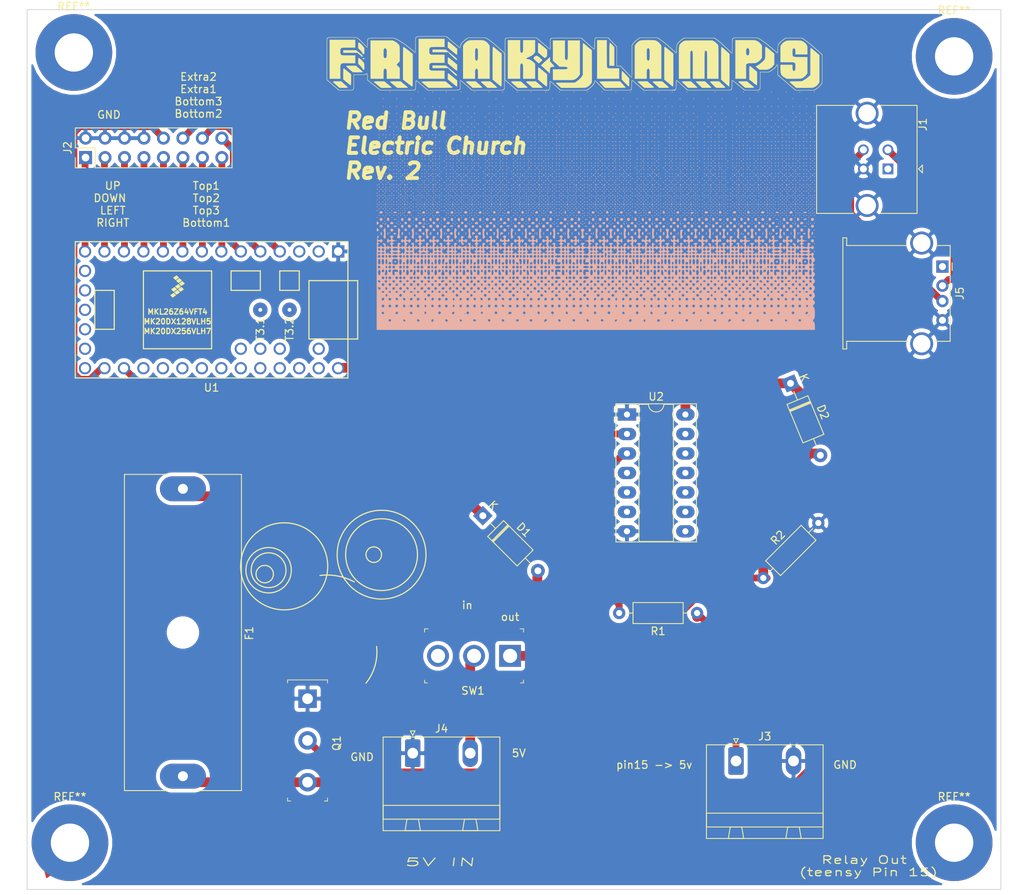
<source format=kicad_pcb>
(kicad_pcb (version 20171130) (host pcbnew "(5.1.4)-1")
  (layers (0 F.Cu signal) (31 B.Cu signal hide) (34 B.Paste user) (35 F.Paste user) (36 B.SilkS user hide) (37 F.SilkS user) (38 B.Mask user) (39 F.Mask user) (44 Edge.Cuts user))
  (net 0 "")
  (net 1 "Net-(D1-Pad2)")
  (net 2 "Net-(D1-Pad1)")
  (net 3 "Net-(D2-Pad2)")
  (net 4 +5V)
  (net 5 "Net-(J1-Pad2)")
  (net 6 GND)
  (net 7 "Net-(J1-Pad1)")
  (net 8 "Net-(J1-Pad3)")
  (net 9 Bottom1)
  (net 10 Top3)
  (net 11 Top2)
  (net 12 Top1)
  (net 13 Extra2)
  (net 14 RIGHT)
  (net 15 Extra1)
  (net 16 LEFT)
  (net 17 Bottom3)
  (net 18 DOWN)
  (net 19 Bottom2)
  (net 20 UP)
  (net 21 "Net-(J3-Pad1)")
  (net 22 "Net-(J4-Pad2)")
  (net 23 Reset_button)
  (net 24 "Net-(R1-Pad2)")
  (net 25 "Net-(U1-Pad2)")
  (net 26 "Net-(U1-Pad3)")
  (net 27 "Net-(U1-Pad37)")
  (net 28 "Net-(U1-Pad36)")
  (net 29 "Net-(U1-Pad35)")
  (net 30 "Net-(U1-Pad34)")
  (net 31 "Net-(U1-Pad32)")
  (net 32 "Net-(U1-Pad31)")
  (net 33 "Net-(U1-Pad30)")
  (net 34 "Net-(U1-Pad29)")
  (net 35 "Net-(U1-Pad28)")
  (net 36 "Net-(U1-Pad27)")
  (net 37 "Net-(U1-Pad26)")
  (net 38 "Net-(U1-Pad25)")
  (net 39 "Net-(U1-Pad24)")
  (net 40 RelayOut)
  (net 41 "Net-(U1-Pad15)")
  (net 42 "Net-(U1-Pad16)")
  (net 43 "Net-(U1-Pad20)")
  (net 44 "Net-(U1-Pad19)")
  (net 45 "Net-(U1-Pad18)")
  (net 46 "Net-(U1-Pad17)")
  (net 47 "Net-(J5-Pad1)")
  (module MountingHole:MountingHole_5mm_Pad (layer F.Cu) (at 78.232 42.672)
    (fp_text reference REF** (at 0 -6) (layer F.SilkS))
    (fp_text value MountingHole_5mm_Pad)
    (pad 1 thru_hole circle (at 0 0) (size 10 10) (drill 5) (layers *.Cu *.Mask))
  )
  (module MountingHole:MountingHole_5mm_Pad (layer F.Cu) (at 77.724 145.796)
    (fp_text reference REF** (at 0 -6) (layer F.SilkS))
    (fp_text value MountingHole_5mm_Pad)
    (pad 1 thru_hole circle (at 0 0) (size 10 10) (drill 5) (layers *.Cu *.Mask))
  )
  (module MountingHole:MountingHole_5mm_Pad (layer F.Cu) (at 193.04 145.796)
    (fp_text reference REF** (at 0 -6) (layer F.SilkS))
    (fp_text value MountingHole_5mm_Pad)
    (pad 1 thru_hole circle (at 0 0) (size 10 10) (drill 5) (layers *.Cu *.Mask))
  )
  (module MountingHole:MountingHole_5mm_Pad (layer F.Cu) (at 193.04 43.18)
    (fp_text reference REF** (at 0 -6) (layer F.SilkS))
    (fp_text value MountingHole_5mm_Pad)
    (pad 1 thru_hole circle (at 0 0) (size 10 10) (drill 5) (layers *.Cu *.Mask))
  )
  (module william_custom:bw_2nd (layer B.Cu) (at 146.304 62.484 180)
    (fp_text reference G*** hide)
    (fp_text value LOGO hide)
  )
  (module william_custom:freakylampsLogo (layer F.Cu) (at 143.256 44.704)
    (fp_text reference G*** hide)
    (fp_text value LOGO hide)
  )
  (module Connector_USB:USB_A_Stewart_SS-52100-001_Horizontal (layer F.Cu) (at 191.516 70.612 270)
    (fp_text reference J5 (at 3.5 -2.26 90) (layer F.SilkS))
    (fp_text value USB_A)
    (pad 4 thru_hole circle (at 7 0 270) (size 1.6 1.6) (drill 0.92) (layers *.Cu *.Mask) (net 6 GND))
    (pad 3 thru_hole circle (at 4.5 0 270) (size 1.6 1.6) (drill 0.92) (layers *.Cu *.Mask) (net 8 "Net-(J1-Pad3)"))
    (pad 2 thru_hole circle (at 2.5 0 270) (size 1.6 1.6) (drill 0.92) (layers *.Cu *.Mask) (net 5 "Net-(J1-Pad2)"))
    (pad 1 thru_hole rect (at 0 0 270) (size 1.6 1.6) (drill 0.92) (layers *.Cu *.Mask) (net 47 "Net-(J5-Pad1)"))
    (pad 5 thru_hole circle (at -3.07 2.71 270) (size 3 3) (drill 2.3) (layers *.Cu *.Mask) (net 6 GND))
    (pad 5 thru_hole circle (at 10.07 2.71 270) (size 3 3) (drill 2.3) (layers *.Cu *.Mask) (net 6 GND))
  )
  (module Package_DIP:DIP-14_W7.62mm_Socket_LongPads (layer F.Cu) (at 150.368 89.916)
    (fp_text reference U2 (at 3.81 -2.33) (layer F.SilkS))
    (fp_text value 74125)
    (pad 14 thru_hole oval (at 7.62 0) (size 2.4 1.6) (drill 0.8) (layers *.Cu *.Mask) (net 4 +5V))
    (pad 7 thru_hole oval (at 0 15.24) (size 2.4 1.6) (drill 0.8) (layers *.Cu *.Mask) (net 6 GND))
    (pad 13 thru_hole oval (at 7.62 2.54) (size 2.4 1.6) (drill 0.8) (layers *.Cu *.Mask))
    (pad 6 thru_hole oval (at 0 12.7) (size 2.4 1.6) (drill 0.8) (layers *.Cu *.Mask))
    (pad 12 thru_hole oval (at 7.62 5.08) (size 2.4 1.6) (drill 0.8) (layers *.Cu *.Mask))
    (pad 5 thru_hole oval (at 0 10.16) (size 2.4 1.6) (drill 0.8) (layers *.Cu *.Mask))
    (pad 11 thru_hole oval (at 7.62 7.62) (size 2.4 1.6) (drill 0.8) (layers *.Cu *.Mask))
    (pad 4 thru_hole oval (at 0 7.62) (size 2.4 1.6) (drill 0.8) (layers *.Cu *.Mask))
    (pad 10 thru_hole oval (at 7.62 10.16) (size 2.4 1.6) (drill 0.8) (layers *.Cu *.Mask))
    (pad 3 thru_hole oval (at 0 5.08) (size 2.4 1.6) (drill 0.8) (layers *.Cu *.Mask) (net 24 "Net-(R1-Pad2)"))
    (pad 9 thru_hole oval (at 7.62 12.7) (size 2.4 1.6) (drill 0.8) (layers *.Cu *.Mask))
    (pad 2 thru_hole oval (at 0 2.54) (size 2.4 1.6) (drill 0.8) (layers *.Cu *.Mask) (net 40 RelayOut))
    (pad 8 thru_hole oval (at 7.62 15.24) (size 2.4 1.6) (drill 0.8) (layers *.Cu *.Mask))
    (pad 1 thru_hole rect (at 0 0) (size 2.4 1.6) (drill 0.8) (layers *.Cu *.Mask) (net 6 GND))
  )
  (module teensy:Teensy30_31_32_LC (layer F.Cu) (at 96.196892 76.255437 180)
    (fp_text reference U1 (at 0 -10.16) (layer F.SilkS))
    (fp_text value Teensy3.2)
    (fp_text user MK20DX128VLH5 (at 4.445 -1.524) (layer F.SilkS) (effects (font (size 0.7 0.7))))
    (fp_text user MKL26Z64VFT4 (at 4.445 -0.254) (layer F.SilkS) (effects (font (size 0.7 0.7))))
    (fp_text user MK20DX256VLH7 (at 4.445 -2.794) (layer F.SilkS) (effects (font (size 0.7 0.7))))
    (fp_text user T3.1 (at -6.35 -2.54 90) (layer F.SilkS))
    (fp_text user T3.2 (at -10.16 -2.54 90) (layer F.SilkS))
    (pad 52 thru_hole circle (at -10.16 0 180) (size 1.9 1.9) (drill 0.5) (layers *.Cu *.Mask))
    (pad 52 thru_hole circle (at -6.35 0 180) (size 1.9 1.9) (drill 0.5) (layers *.Cu *.Mask))
    (pad 1 thru_hole rect (at -16.51 7.62 180) (size 1.6 1.6) (drill 1.1) (layers *.Cu *.Mask) (net 6 GND))
    (pad 2 thru_hole circle (at -13.97 7.62 180) (size 1.6 1.6) (drill 1.1) (layers *.Cu *.Mask) (net 25 "Net-(U1-Pad2)"))
    (pad 3 thru_hole circle (at -11.43 7.62 180) (size 1.6 1.6) (drill 1.1) (layers *.Cu *.Mask) (net 26 "Net-(U1-Pad3)"))
    (pad 4 thru_hole circle (at -8.89 7.62 180) (size 1.6 1.6) (drill 1.1) (layers *.Cu *.Mask) (net 15 Extra1))
    (pad 5 thru_hole circle (at -6.35 7.62 180) (size 1.6 1.6) (drill 1.1) (layers *.Cu *.Mask) (net 17 Bottom3))
    (pad 6 thru_hole circle (at -3.81 7.62 180) (size 1.6 1.6) (drill 1.1) (layers *.Cu *.Mask) (net 19 Bottom2))
    (pad 7 thru_hole circle (at -1.27 7.62 180) (size 1.6 1.6) (drill 1.1) (layers *.Cu *.Mask) (net 9 Bottom1))
    (pad 8 thru_hole circle (at 1.27 7.62 180) (size 1.6 1.6) (drill 1.1) (layers *.Cu *.Mask) (net 10 Top3))
    (pad 9 thru_hole circle (at 3.81 7.62 180) (size 1.6 1.6) (drill 1.1) (layers *.Cu *.Mask) (net 11 Top2))
    (pad 10 thru_hole circle (at 6.35 7.62 180) (size 1.6 1.6) (drill 1.1) (layers *.Cu *.Mask) (net 12 Top1))
    (pad 11 thru_hole circle (at 8.89 7.62 180) (size 1.6 1.6) (drill 1.1) (layers *.Cu *.Mask) (net 14 RIGHT))
    (pad 12 thru_hole circle (at 11.43 7.62 180) (size 1.6 1.6) (drill 1.1) (layers *.Cu *.Mask) (net 16 LEFT))
    (pad 13 thru_hole circle (at 13.97 7.62 180) (size 1.6 1.6) (drill 1.1) (layers *.Cu *.Mask) (net 18 DOWN))
    (pad 37 thru_hole circle (at -3.81 -5.08 180) (size 1.6 1.6) (drill 1.1) (layers *.Cu *.Mask) (net 27 "Net-(U1-Pad37)"))
    (pad 36 thru_hole circle (at -6.35 -5.08 180) (size 1.6 1.6) (drill 1.1) (layers *.Cu *.Mask) (net 28 "Net-(U1-Pad36)"))
    (pad 35 thru_hole circle (at -8.89 -5.08 180) (size 1.6 1.6) (drill 1.1) (layers *.Cu *.Mask) (net 29 "Net-(U1-Pad35)"))
    (pad 34 thru_hole circle (at -13.97 -5.08 180) (size 1.6 1.6) (drill 1.1) (layers *.Cu *.Mask) (net 30 "Net-(U1-Pad34)"))
    (pad 33 thru_hole circle (at -16.51 -7.62 180) (size 1.6 1.6) (drill 1.1) (layers *.Cu *.Mask) (net 4 +5V))
    (pad 32 thru_hole circle (at -13.97 -7.62 180) (size 1.6 1.6) (drill 1.1) (layers *.Cu *.Mask) (net 31 "Net-(U1-Pad32)"))
    (pad 31 thru_hole circle (at -11.43 -7.62 180) (size 1.6 1.6) (drill 1.1) (layers *.Cu *.Mask) (net 32 "Net-(U1-Pad31)"))
    (pad 30 thru_hole circle (at -8.89 -7.62 180) (size 1.6 1.6) (drill 1.1) (layers *.Cu *.Mask) (net 33 "Net-(U1-Pad30)"))
    (pad 29 thru_hole circle (at -6.35 -7.62 180) (size 1.6 1.6) (drill 1.1) (layers *.Cu *.Mask) (net 34 "Net-(U1-Pad29)"))
    (pad 28 thru_hole circle (at -3.81 -7.62 180) (size 1.6 1.6) (drill 1.1) (layers *.Cu *.Mask) (net 35 "Net-(U1-Pad28)"))
    (pad 27 thru_hole circle (at -1.27 -7.62 180) (size 1.6 1.6) (drill 1.1) (layers *.Cu *.Mask) (net 36 "Net-(U1-Pad27)"))
    (pad 26 thru_hole circle (at 1.27 -7.62 180) (size 1.6 1.6) (drill 1.1) (layers *.Cu *.Mask) (net 37 "Net-(U1-Pad26)"))
    (pad 25 thru_hole circle (at 3.81 -7.62 180) (size 1.6 1.6) (drill 1.1) (layers *.Cu *.Mask) (net 38 "Net-(U1-Pad25)"))
    (pad 24 thru_hole circle (at 6.35 -7.62 180) (size 1.6 1.6) (drill 1.1) (layers *.Cu *.Mask) (net 39 "Net-(U1-Pad24)"))
    (pad 23 thru_hole circle (at 8.89 -7.62 180) (size 1.6 1.6) (drill 1.1) (layers *.Cu *.Mask) (net 23 Reset_button))
    (pad 22 thru_hole circle (at 11.43 -7.62 180) (size 1.6 1.6) (drill 1.1) (layers *.Cu *.Mask) (net 40 RelayOut))
    (pad 21 thru_hole circle (at 13.97 -7.62 180) (size 1.6 1.6) (drill 1.1) (layers *.Cu *.Mask) (net 13 Extra2))
    (pad 14 thru_hole circle (at 16.51 7.62 180) (size 1.6 1.6) (drill 1.1) (layers *.Cu *.Mask) (net 20 UP))
    (pad 15 thru_hole circle (at 16.51 5.08 180) (size 1.6 1.6) (drill 1.1) (layers *.Cu *.Mask) (net 41 "Net-(U1-Pad15)"))
    (pad 16 thru_hole circle (at 16.51 2.54 180) (size 1.6 1.6) (drill 1.1) (layers *.Cu *.Mask) (net 42 "Net-(U1-Pad16)"))
    (pad 20 thru_hole circle (at 16.51 -7.62 180) (size 1.6 1.6) (drill 1.1) (layers *.Cu *.Mask) (net 43 "Net-(U1-Pad20)"))
    (pad 19 thru_hole circle (at 16.51 -5.08 180) (size 1.6 1.6) (drill 1.1) (layers *.Cu *.Mask) (net 44 "Net-(U1-Pad19)"))
    (pad 18 thru_hole circle (at 16.51 -2.54 180) (size 1.6 1.6) (drill 1.1) (layers *.Cu *.Mask) (net 45 "Net-(U1-Pad18)"))
    (pad 17 thru_hole circle (at 16.51 0 180) (size 1.6 1.6) (drill 1.1) (layers *.Cu *.Mask) (net 46 "Net-(U1-Pad17)"))
  )
  (module digikey-footprints:Toggle_Switch_100SP1T1B4M2QE (layer F.Cu) (at 135.128 121.412 180)
    (fp_text reference SW1 (at 4.84 -4.55) (layer F.SilkS))
    (fp_text value SW_SPST)
    (pad 3 thru_hole circle (at 9.4 0 180) (size 2.85 2.85) (drill 1.85) (layers *.Cu *.Mask))
    (pad 2 thru_hole circle (at 4.7 0 180) (size 2.85 2.85) (drill 1.85) (layers *.Cu *.Mask) (net 22 "Net-(J4-Pad2)"))
    (pad 1 thru_hole rect (at 0 0 180) (size 2.85 2.85) (drill 1.85) (layers *.Cu *.Mask) (net 1 "Net-(D1-Pad2)"))
  )
  (module Resistor_THT:R_Axial_DIN0207_L6.3mm_D2.5mm_P10.16mm_Horizontal (layer F.Cu) (at 168.148 111.252 45)
    (fp_text reference R2 (at 5.08 -2.37 45) (layer F.SilkS))
    (fp_text value 220)
    (pad 2 thru_hole oval (at 10.16 0 45) (size 1.6 1.6) (drill 0.8) (layers *.Cu *.Mask) (net 6 GND))
    (pad 1 thru_hole circle (at 0 0 45) (size 1.6 1.6) (drill 0.8) (layers *.Cu *.Mask) (net 3 "Net-(D2-Pad2)"))
  )
  (module Resistor_THT:R_Axial_DIN0207_L6.3mm_D2.5mm_P10.16mm_Horizontal (layer F.Cu) (at 159.512 115.824 180)
    (fp_text reference R1 (at 5.08 -2.37) (layer F.SilkS))
    (fp_text value 220)
    (pad 2 thru_hole oval (at 10.16 0 180) (size 1.6 1.6) (drill 0.8) (layers *.Cu *.Mask) (net 24 "Net-(R1-Pad2)"))
    (pad 1 thru_hole circle (at 0 0 180) (size 1.6 1.6) (drill 0.8) (layers *.Cu *.Mask) (net 21 "Net-(J3-Pad1)"))
  )
  (module digikey-footprints:TO-247-3 (layer F.Cu) (at 108.712 127 270)
    (fp_text reference Q1 (at 5.81 -3.81 90) (layer F.SilkS))
    (fp_text value TIP142)
    (pad 3 thru_hole circle (at 10.9 0 270) (size 2.4 2.4) (drill 1.4) (layers *.Cu *.Mask) (net 4 +5V))
    (pad 2 thru_hole circle (at 5.45 0 270) (size 2.4 2.4) (drill 1.4) (layers *.Cu *.Mask) (net 3 "Net-(D2-Pad2)"))
    (pad 1 thru_hole rect (at 0 0 270) (size 2.4 2.4) (drill 1.4) (layers *.Cu *.Mask) (net 6 GND))
  )
  (module Connector_Phoenix_GMSTB:PhoenixContact_GMSTBA_2,5_2-G_1x02_P7.50mm_Horizontal (layer F.Cu) (at 122.428 134.112)
    (fp_text reference J4 (at 3.75 -3.2) (layer F.SilkS))
    (fp_text value Screw_Terminal_01x02)
    (pad 2 thru_hole oval (at 7.5 0) (size 2 3.6) (drill 1.4) (layers *.Cu *.Mask) (net 22 "Net-(J4-Pad2)"))
    (pad 1 thru_hole roundrect (at 0 0) (size 2 3.6) (drill 1.4) (layers *.Cu *.Mask) (roundrect_rratio 0.125) (net 6 GND))
  )
  (module Connector_Phoenix_GMSTB:PhoenixContact_GMSTBA_2,5_2-G_1x02_P7.50mm_Horizontal (layer F.Cu) (at 164.592 135.128)
    (fp_text reference J3 (at 3.75 -3.2) (layer F.SilkS))
    (fp_text value Screw_Terminal_01x02)
    (pad 2 thru_hole oval (at 7.5 0) (size 2 3.6) (drill 1.4) (layers *.Cu *.Mask) (net 6 GND))
    (pad 1 thru_hole roundrect (at 0 0) (size 2 3.6) (drill 1.4) (layers *.Cu *.Mask) (roundrect_rratio 0.125) (net 21 "Net-(J3-Pad1)"))
  )
  (module Connector_PinHeader_2.54mm:PinHeader_2x08_P2.54mm_Vertical (layer F.Cu) (at 79.756 56.388 90)
    (fp_text reference J2 (at 1.27 -2.33 90) (layer F.SilkS))
    (fp_text value Conn_02x08_Top_Bottom_Shielded)
    (pad 16 thru_hole oval (at 2.54 17.78 90) (size 1.7 1.7) (drill 1) (layers *.Cu *.Mask) (net 19 Bottom2))
    (pad 15 thru_hole oval (at 0 17.78 90) (size 1.7 1.7) (drill 1) (layers *.Cu *.Mask) (net 9 Bottom1))
    (pad 14 thru_hole oval (at 2.54 15.24 90) (size 1.7 1.7) (drill 1) (layers *.Cu *.Mask) (net 17 Bottom3))
    (pad 13 thru_hole oval (at 0 15.24 90) (size 1.7 1.7) (drill 1) (layers *.Cu *.Mask) (net 10 Top3))
    (pad 12 thru_hole oval (at 2.54 12.7 90) (size 1.7 1.7) (drill 1) (layers *.Cu *.Mask) (net 15 Extra1))
    (pad 11 thru_hole oval (at 0 12.7 90) (size 1.7 1.7) (drill 1) (layers *.Cu *.Mask) (net 11 Top2))
    (pad 10 thru_hole oval (at 2.54 10.16 90) (size 1.7 1.7) (drill 1) (layers *.Cu *.Mask) (net 13 Extra2))
    (pad 9 thru_hole oval (at 0 10.16 90) (size 1.7 1.7) (drill 1) (layers *.Cu *.Mask) (net 12 Top1))
    (pad 8 thru_hole oval (at 2.54 7.62 90) (size 1.7 1.7) (drill 1) (layers *.Cu *.Mask) (net 6 GND))
    (pad 7 thru_hole oval (at 0 7.62 90) (size 1.7 1.7) (drill 1) (layers *.Cu *.Mask) (net 14 RIGHT))
    (pad 6 thru_hole oval (at 2.54 5.08 90) (size 1.7 1.7) (drill 1) (layers *.Cu *.Mask) (net 6 GND))
    (pad 5 thru_hole oval (at 0 5.08 90) (size 1.7 1.7) (drill 1) (layers *.Cu *.Mask) (net 16 LEFT))
    (pad 4 thru_hole oval (at 2.54 2.54 90) (size 1.7 1.7) (drill 1) (layers *.Cu *.Mask) (net 6 GND))
    (pad 3 thru_hole oval (at 0 2.54 90) (size 1.7 1.7) (drill 1) (layers *.Cu *.Mask) (net 18 DOWN))
    (pad 2 thru_hole oval (at 2.54 0 90) (size 1.7 1.7) (drill 1) (layers *.Cu *.Mask) (net 6 GND))
    (pad 1 thru_hole rect (at 0 0 90) (size 1.7 1.7) (drill 1) (layers *.Cu *.Mask) (net 20 UP))
  )
  (module Connector_USB:USB_B_TE_5787834_Vertical (layer F.Cu) (at 184.404 57.872 270)
    (fp_text reference J1 (at -5.8 -4.55 90) (layer F.SilkS))
    (fp_text value USB_B)
    (pad 2 thru_hole circle (at -2.5 0 270) (size 1.4 1.4) (drill 0.92) (layers *.Cu *.Mask) (net 5 "Net-(J1-Pad2)"))
    (pad 5 thru_hole circle (at -7.27 2.71 270) (size 3 3) (drill 2.3) (layers *.Cu *.Mask) (net 6 GND))
    (pad 1 thru_hole rect (at 0 0 270) (size 1.4 1.4) (drill 0.92) (layers *.Cu *.Mask) (net 7 "Net-(J1-Pad1)"))
    (pad 3 thru_hole circle (at -2.5 3.2 270) (size 1.4 1.4) (drill 0.92) (layers *.Cu *.Mask) (net 8 "Net-(J1-Pad3)"))
    (pad 4 thru_hole circle (at 0 3.2 270) (size 1.4 1.4) (drill 0.92) (layers *.Cu *.Mask) (net 6 GND))
    (pad 5 thru_hole circle (at 4.77 2.71 270) (size 3 3) (drill 2.3) (layers *.Cu *.Mask) (net 6 GND))
  )
  (module Fuse:Fuseholder_Cylinder-6.3x32mm_Schurter_0031-8002_Horizontal_Open (layer F.Cu) (at 92.456 99.614 270)
    (fp_text reference F1 (at 18.85 -8.65 90) (layer F.SilkS))
    (fp_text value Fuse)
    (pad 1 thru_hole oval (at 0 0 270) (size 3.25 6) (drill 1.3) (layers *.Cu *.Mask) (net 2 "Net-(D1-Pad1)"))
    (pad 2 thru_hole oval (at 37.5 0 270) (size 3.25 6) (drill 1.3) (layers *.Cu *.Mask) (net 4 +5V))
    (pad "" np_thru_hole circle (at 18.75 0 270) (size 3.2 3.2) (drill 3.2) (layers *.Cu *.Mask))
  )
  (module Diode_THT:D_A-405_P10.16mm_Horizontal (layer F.Cu) (at 171.704 85.852 292.5)
    (fp_text reference D2 (at 5.08 -2.47 112.5) (layer F.SilkS))
    (fp_text value D_Zener)
    (fp_text user K (at 0 -1.9 112.5) (layer F.SilkS))
    (pad 2 thru_hole oval (at 10.16 0 292.5) (size 1.8 1.8) (drill 0.9) (layers *.Cu *.Mask) (net 3 "Net-(D2-Pad2)"))
    (pad 1 thru_hole rect (at 0 0 292.5) (size 1.8 1.8) (drill 0.9) (layers *.Cu *.Mask) (net 4 +5V))
  )
  (module Diode_THT:D_A-405_P10.16mm_Horizontal (layer F.Cu) (at 131.572 103.124 315)
    (fp_text reference D1 (at 5.08 -2.47 135) (layer F.SilkS))
    (fp_text value D_Schottky)
    (fp_text user K (at 0 -1.9 135) (layer F.SilkS))
    (pad 2 thru_hole oval (at 10.16 0 315) (size 1.8 1.8) (drill 0.9) (layers *.Cu *.Mask) (net 1 "Net-(D1-Pad2)"))
    (pad 1 thru_hole rect (at 0 0 315) (size 1.8 1.8) (drill 0.9) (layers *.Cu *.Mask) (net 2 "Net-(D1-Pad1)"))
  )
  (gr_line (start 72.136 151.892) (end 72.136 37.084) (layer Edge.Cuts) (width 0.1))
  (gr_text "Top1\nTop2\nTop3\nBottom1\n" (at 95.504 62.484) (layer F.SilkS) (effects (font (size 1 1))))
  (gr_text "UP\nDOWN \nLEFT\nRIGHT" (at 83.312 62.484) (layer F.SilkS) (effects (font (size 1 1))))
  (gr_text "5V " (at 136.652 134.112) (layer F.SilkS) (effects (font (size 1 1))))
  (gr_text GND (at 115.824 134.62) (layer F.SilkS) (effects (font (size 1 1))))
  (gr_text "pin15 -> 5v" (at 153.924 135.636) (layer F.SilkS) (effects (font (size 1 1))))
  (gr_text GND (at 178.816 135.636) (layer F.SilkS) (effects (font (size 1 1))))
  (gr_poly (pts (xy 110.39475 142.77975) (xy 93.98 144.78) (xy 92.93225 141.31925)) (layer F.Cu) (width 0.1))
  (gr_poly (pts (xy 80.01 146.812) (xy 74.676 150.368) (xy 73.406 145.796)) (layer F.Cu) (width 0.1))
  (gr_poly (pts (xy 82.804 132.588) (xy 77.47 136.144) (xy 76.2 131.572)) (layer F.Cu) (width 0.1))
  (gr_text "October 2021" (at 99.06 145.796) (layer F.Cu) (effects (font (size 1 1) (thickness 0.25))))
  (gr_text "Red Bull \nElectric Church\nRev. 2" (at 113.284 54.864) (layer F.SilkS) (effects (font (size 2.032 2.032) (thickness 0.508) italic) (justify left)))
  (gr_arc (start 111.252 120.904) (end 116.331999 124.967999) (angle -45) (layer F.SilkS) (width 0.15))
  (gr_arc (start 111.252 118.364) (end 114.807999 111.760001) (angle -35.42577211) (layer F.SilkS) (width 0.15))
  (gr_circle (center 117.348 108.204) (end 118.364 108.204) (layer F.SilkS) (width 0.15))
  (gr_circle (center 118.364 108.204) (end 122.936 107.188) (layer F.SilkS) (width 0.15))
  (gr_circle (center 118.364 108.204) (end 123.952 106.68) (layer F.SilkS) (width 0.15))
  (gr_circle (center 103.124 110.744) (end 104.14 110.236) (layer F.SilkS) (width 0.15))
  (gr_circle (center 103.632 110.236) (end 105.664 109.22) (layer F.SilkS) (width 0.15))
  (gr_circle (center 103.632 110.236) (end 106.172 108.712) (layer F.SilkS) (width 0.15))
  (gr_circle (center 105.664 109.728) (end 110.744 107.188) (layer F.SilkS) (width 0.15))
  (gr_text out (at 135.128 116.332) (layer F.SilkS) (effects (font (size 1 1))))
  (gr_text in (at 129.54 114.808) (layer F.SilkS) (effects (font (size 1 1))))
  (gr_text "Relay Out \n(teensy Pin 15)" (at 181.864 148.844) (layer F.SilkS) (effects (font (size 1 1.524))))
  (gr_text "5V IN" (at 125.984 148.336) (layer F.SilkS) (effects (font (size 1 2.286) (thickness 0.15) italic)))
  (gr_text "Extra2\nExtra1\nBottom3\nBottom2\n" (at 94.488 48.26) (layer F.SilkS) (effects (font (size 1 1))))
  (gr_text GND (at 82.804 50.8) (layer F.SilkS) (effects (font (size 1 1))))
  (gr_line (start 199.136 151.892) (end 72.136 151.892) (layer Edge.Cuts) (width 0.1))
  (gr_line (start 72.136 37.084) (end 199.136 37.084) (layer Edge.Cuts) (width 0.1))
  (gr_line (start 199.136 37.084) (end 199.136 151.892) (layer Edge.Cuts) (width 0.1))
  (segment (start 137.823 121.412) (end 138.684 120.551) (width 1.27) (layer F.Cu) (net 1))
  (segment (start 135.128 121.412) (end 137.823 121.412) (width 1.27) (layer F.Cu) (net 1))
  (segment (start 138.684 120.551) (end 138.684 110.236) (width 1.27) (layer F.Cu) (net 1))
  (segment (start 129.032 100.584) (end 131.572 103.124) (width 1.27) (layer F.Cu) (net 2))
  (segment (start 168.148 111.252) (end 168.148 101.092) (width 1.27) (layer F.Cu) (net 3))
  (segment (start 168.148 101.092) (end 174.244 94.996) (width 1.27) (layer F.Cu) (net 3))
  (segment (start 174.244 94.996) (end 175.26 94.996) (width 1.27) (layer F.Cu) (net 3))
  (segment (start 136.641628 136.55651) (end 161.946138 111.252) (width 0.889) (layer F.Cu) (net 3))
  (segment (start 108.712 132.45) (end 112.81851 136.55651) (width 0.889) (layer F.Cu) (net 3))
  (segment (start 112.81851 136.55651) (end 136.641628 136.55651) (width 0.889) (layer F.Cu) (net 3))
  (segment (start 161.946138 111.252) (end 168.656 111.252) (width 0.889) (layer F.Cu) (net 3))
  (segment (start 91.138 138.084) (end 91.235618 137.986382) (width 1.27) (layer F.Cu) (net 4))
  (segment (start 108.901618 137.986382) (end 109.22 137.668) (width 1.27) (layer F.Cu) (net 4))
  (segment (start 159.982 85.852) (end 157.988 87.846) (width 1.27) (layer F.Cu) (net 4))
  (segment (start 171.704 85.852) (end 159.982 85.852) (width 1.27) (layer F.Cu) (net 4))
  (segment (start 157.988 87.846) (end 157.988 89.916) (width 1.27) (layer F.Cu) (net 4))
  (segment (start 157.988 87.846) (end 153.962 83.82) (width 1.27) (layer F.Cu) (net 4))
  (segment (start 153.962 83.82) (end 112.776 83.82) (width 1.27) (layer F.Cu) (net 4))
  (segment (start 108.712 137.9) (end 160.252 137.9) (width 1.27) (layer F.Cu) (net 4))
  (segment (start 160.252 137.9) (end 165.1 142.748) (width 1.27) (layer F.Cu) (net 4))
  (segment (start 129.032 100.584) (end 92.964 100.584) (width 1.27) (layer F.Cu) (net 2))
  (segment (start 92.964 100.584) (end 91.948 99.568) (width 1.27) (layer F.Cu) (net 2))
  (segment (start 191.008 105.156) (end 171.704 85.852) (width 1.27) (layer F.Cu) (net 4))
  (segment (start 191.008 119.607096) (end 191.008 105.156) (width 1.27) (layer F.Cu) (net 4))
  (segment (start 167.867096 142.748) (end 191.008 119.607096) (width 1.27) (layer F.Cu) (net 4))
  (segment (start 165.1 142.748) (end 167.867096 142.748) (width 1.27) (layer F.Cu) (net 4))
  (segment (start 108.712 137.9) (end 93.196 137.9) (width 1.27) (layer F.Cu) (net 4))
  (segment (start 93.196 137.9) (end 92.456 137.16) (width 1.27) (layer F.Cu) (net 4))
  (segment (start 192.576101 72.312001) (end 192.960501 71.927601) (width 0.889) (layer F.Cu) (net 5))
  (segment (start 191.516 73.112) (end 192.315999 72.312001) (width 0.889) (layer F.Cu) (net 5))
  (segment (start 192.315999 72.312001) (end 192.576101 72.312001) (width 0.889) (layer F.Cu) (net 5))
  (segment (start 192.960501 71.927601) (end 192.960501 63.928501) (width 0.889) (layer F.Cu) (net 5))
  (segment (start 192.960501 63.928501) (end 184.404 55.372) (width 0.889) (layer F.Cu) (net 5))
  (segment (start 184.121499 67.789499) (end 191.516 75.184) (width 0.889) (layer F.Cu) (net 8))
  (segment (start 179.549499 63.671361) (end 179.549499 57.178501) (width 0.889) (layer F.Cu) (net 8))
  (segment (start 184.121499 67.789499) (end 183.667637 67.789499) (width 0.889) (layer F.Cu) (net 8))
  (segment (start 183.667637 67.789499) (end 179.549499 63.671361) (width 0.889) (layer F.Cu) (net 8))
  (segment (start 179.549499 57.178501) (end 181.356 55.372) (width 0.889) (layer F.Cu) (net 8))
  (segment (start 97.536 56.388) (end 97.536 68.58) (width 0.889) (layer F.Cu) (net 9))
  (segment (start 94.996 56.388) (end 94.996 68.58) (width 0.889) (layer F.Cu) (net 10))
  (segment (start 92.456 56.388) (end 92.456 68.58) (width 0.889) (layer F.Cu) (net 11))
  (segment (start 89.916 56.388) (end 89.916 68.58) (width 0.889) (layer F.Cu) (net 12))
  (segment (start 79.038639 52.353499) (end 88.421499 52.353499) (width 0.889) (layer F.Cu) (net 13))
  (segment (start 81.824754 83.875437) (end 80.380253 85.319938) (width 0.889) (layer F.Cu) (net 13))
  (segment (start 82.226892 83.875437) (end 81.824754 83.875437) (width 0.889) (layer F.Cu) (net 13))
  (segment (start 80.380253 85.319938) (end 78.993531 85.319938) (width 0.889) (layer F.Cu) (net 13))
  (segment (start 78.993531 85.319938) (end 78.242391 84.568798) (width 0.889) (layer F.Cu) (net 13))
  (segment (start 78.242391 84.568798) (end 78.242391 53.149747) (width 0.889) (layer F.Cu) (net 13))
  (segment (start 88.421499 52.353499) (end 89.066001 52.998001) (width 0.889) (layer F.Cu) (net 13))
  (segment (start 78.242391 53.149747) (end 79.038639 52.353499) (width 0.889) (layer F.Cu) (net 13))
  (segment (start 89.066001 52.998001) (end 89.916 53.848) (width 0.889) (layer F.Cu) (net 13))
  (segment (start 87.376 56.388) (end 87.376 68.58) (width 0.889) (layer F.Cu) (net 14))
  (segment (start 95.06901 51.23499) (end 93.305999 52.998001) (width 0.889) (layer F.Cu) (net 15))
  (segment (start 98.674944 51.23499) (end 95.06901 51.23499) (width 0.889) (layer F.Cu) (net 15))
  (segment (start 101.208519 53.768565) (end 98.674944 51.23499) (width 0.889) (layer F.Cu) (net 15))
  (segment (start 105.086892 68.635437) (end 101.20852 64.757065) (width 0.889) (layer F.Cu) (net 15))
  (segment (start 101.20852 64.757065) (end 101.208519 53.768565) (width 0.889) (layer F.Cu) (net 15))
  (segment (start 93.305999 52.998001) (end 92.456 53.848) (width 0.889) (layer F.Cu) (net 15))
  (segment (start 84.836 56.388) (end 84.836 68.58) (width 0.889) (layer F.Cu) (net 16))
  (segment (start 96.52 52.324) (end 95.845999 52.998001) (width 0.889) (layer F.Cu) (net 17))
  (segment (start 98.223862 52.324) (end 96.52 52.324) (width 0.889) (layer F.Cu) (net 17))
  (segment (start 100.11951 54.219648) (end 98.223862 52.324) (width 0.889) (layer F.Cu) (net 17))
  (segment (start 102.546892 68.635437) (end 100.11951 66.208055) (width 0.889) (layer F.Cu) (net 17))
  (segment (start 100.11951 66.208055) (end 100.11951 54.219648) (width 0.889) (layer F.Cu) (net 17))
  (segment (start 95.845999 52.998001) (end 94.996 53.848) (width 0.889) (layer F.Cu) (net 17))
  (segment (start 82.226892 68.635437) (end 82.226892 56.457108) (width 0.889) (layer F.Cu) (net 18))
  (segment (start 99.030501 55.342501) (end 98.385999 54.697999) (width 0.889) (layer F.Cu) (net 19))
  (segment (start 100.006892 68.635437) (end 99.030501 67.659046) (width 0.889) (layer F.Cu) (net 19))
  (segment (start 99.030501 67.659046) (end 99.030501 55.342501) (width 0.889) (layer F.Cu) (net 19))
  (segment (start 98.385999 54.697999) (end 97.536 53.848) (width 0.889) (layer F.Cu) (net 19))
  (segment (start 79.686892 68.635437) (end 79.686892 56.457108) (width 0.889) (layer F.Cu) (net 20))
  (segment (start 159.512 116.332) (end 159.512 115.824) (width 1.27) (layer F.Cu) (net 21))
  (segment (start 164.592 135.128) (end 164.592 120.904) (width 0.889) (layer F.Cu) (net 21))
  (segment (start 164.592 120.904) (end 159.512 115.824) (width 0.889) (layer F.Cu) (net 21))
  (segment (start 129.928 134.112) (end 129.928 122.04) (width 1.27) (layer F.Cu) (net 22))
  (segment (start 129.928 122.04) (end 130.556 121.412) (width 1.27) (layer F.Cu) (net 22))
  (segment (start 148.279 96.685) (end 149.968 94.996) (width 0.889) (layer F.Cu) (net 24))
  (segment (start 148.279 113.61963) (end 148.279 96.685) (width 0.889) (layer F.Cu) (net 24))
  (segment (start 149.352 115.824) (end 149.352 114.69263) (width 0.889) (layer F.Cu) (net 24))
  (segment (start 149.352 114.69263) (end 148.279 113.61963) (width 0.889) (layer F.Cu) (net 24))
  (segment (start 149.968 94.996) (end 150.368 94.996) (width 0.889) (layer F.Cu) (net 24))
  (segment (start 93.347455 92.456) (end 148.279 92.456) (width 0.889) (layer F.Cu) (net 40))
  (segment (start 84.766892 83.875437) (end 93.347455 92.456) (width 0.889) (layer F.Cu) (net 40))
  (segment (start 148.279 92.456) (end 150.368 92.456) (width 0.889) (layer F.Cu) (net 40))
  (zone (net 6) (net_name GND) (layer B.Cu) (connect_pads (clearance 0.508)) (min_thickness 0.254) (fill yes (arc_segments 32) (thermal_gap 0.508) (thermal_bridge_width 0.508))
    (polygon (pts (xy 66.04 33.528) (xy 65.024 164.592) (xy 214.884 162.052) (xy 215.392 27.94)))
  )
)
</source>
